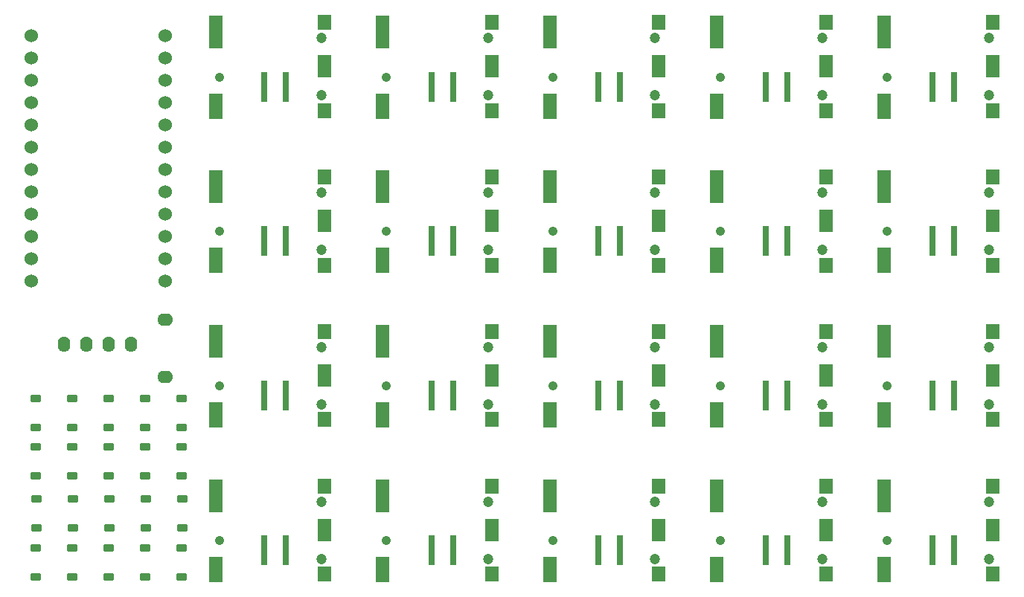
<source format=gbr>
%TF.GenerationSoftware,KiCad,Pcbnew,9.0.5*%
%TF.CreationDate,2025-10-15T11:26:38+02:00*%
%TF.ProjectId,numpad,6e756d70-6164-42e6-9b69-6361645f7063,rev?*%
%TF.SameCoordinates,Original*%
%TF.FileFunction,Soldermask,Top*%
%TF.FilePolarity,Negative*%
%FSLAX46Y46*%
G04 Gerber Fmt 4.6, Leading zero omitted, Abs format (unit mm)*
G04 Created by KiCad (PCBNEW 9.0.5) date 2025-10-15 11:26:38*
%MOMM*%
%LPD*%
G01*
G04 APERTURE LIST*
G04 Aperture macros list*
%AMRoundRect*
0 Rectangle with rounded corners*
0 $1 Rounding radius*
0 $2 $3 $4 $5 $6 $7 $8 $9 X,Y pos of 4 corners*
0 Add a 4 corners polygon primitive as box body*
4,1,4,$2,$3,$4,$5,$6,$7,$8,$9,$2,$3,0*
0 Add four circle primitives for the rounded corners*
1,1,$1+$1,$2,$3*
1,1,$1+$1,$4,$5*
1,1,$1+$1,$6,$7*
1,1,$1+$1,$8,$9*
0 Add four rect primitives between the rounded corners*
20,1,$1+$1,$2,$3,$4,$5,0*
20,1,$1+$1,$4,$5,$6,$7,0*
20,1,$1+$1,$6,$7,$8,$9,0*
20,1,$1+$1,$8,$9,$2,$3,0*%
G04 Aperture macros list end*
%ADD10RoundRect,0.225000X0.375000X-0.225000X0.375000X0.225000X-0.375000X0.225000X-0.375000X-0.225000X0*%
%ADD11C,1.050000*%
%ADD12C,1.200000*%
%ADD13R,0.700000X3.400000*%
%ADD14R,1.600000X3.800000*%
%ADD15R,1.600000X3.000000*%
%ADD16R,1.600000X1.800000*%
%ADD17R,1.600000X2.600000*%
%ADD18O,1.778000X1.397000*%
%ADD19C,1.524000*%
%ADD20O,1.397000X1.778000*%
G04 APERTURE END LIST*
D10*
%TO.C,D9*%
X43950000Y-83500000D03*
X43950000Y-80200000D03*
%TD*%
%TO.C,D8*%
X39800000Y-83500000D03*
X39800000Y-80200000D03*
%TD*%
D11*
%TO.C,SW17*%
X71400000Y-90900000D03*
D12*
X83000000Y-86440000D03*
X83000000Y-92960000D03*
D13*
X76550000Y-92000000D03*
X79000000Y-92000000D03*
D14*
X71000000Y-85800000D03*
D15*
X71000000Y-94200000D03*
D16*
X83400000Y-84675000D03*
D17*
X83400000Y-89700000D03*
D16*
X83400000Y-94725000D03*
%TD*%
D10*
%TO.C,D14*%
X44050000Y-89440000D03*
X44050000Y-86140000D03*
%TD*%
D11*
%TO.C,SW15*%
X128400000Y-73300000D03*
D12*
X140000000Y-68840000D03*
X140000000Y-75360000D03*
D13*
X133550000Y-74400000D03*
X136000000Y-74400000D03*
D14*
X128000000Y-68200000D03*
D15*
X128000000Y-76600000D03*
D16*
X140400000Y-67075000D03*
D17*
X140400000Y-72100000D03*
D16*
X140400000Y-77125000D03*
%TD*%
D11*
%TO.C,SW14*%
X109400000Y-73300000D03*
D12*
X121000000Y-68840000D03*
X121000000Y-75360000D03*
D13*
X114550000Y-74400000D03*
X117000000Y-74400000D03*
D14*
X109000000Y-68200000D03*
D15*
X109000000Y-76600000D03*
D16*
X121400000Y-67075000D03*
D17*
X121400000Y-72100000D03*
D16*
X121400000Y-77125000D03*
%TD*%
D11*
%TO.C,SW2*%
X71400000Y-38100000D03*
D12*
X83000000Y-33640000D03*
X83000000Y-40160000D03*
D13*
X76550000Y-39200000D03*
X79000000Y-39200000D03*
D14*
X71000000Y-33000000D03*
D15*
X71000000Y-41400000D03*
D16*
X83400000Y-31875000D03*
D17*
X83400000Y-36900000D03*
D16*
X83400000Y-41925000D03*
%TD*%
D10*
%TO.C,D13*%
X39900000Y-89440000D03*
X39900000Y-86140000D03*
%TD*%
D11*
%TO.C,SW9*%
X109400000Y-55700000D03*
D12*
X121000000Y-51240000D03*
X121000000Y-57760000D03*
D13*
X114550000Y-56800000D03*
X117000000Y-56800000D03*
D14*
X109000000Y-50600000D03*
D15*
X109000000Y-59000000D03*
D16*
X121400000Y-49475000D03*
D17*
X121400000Y-54500000D03*
D16*
X121400000Y-59525000D03*
%TD*%
D18*
%TO.C,RSW1*%
X46212000Y-72261000D03*
X46212000Y-65761000D03*
%TD*%
D11*
%TO.C,SW5*%
X128400000Y-38100000D03*
D12*
X140000000Y-33640000D03*
X140000000Y-40160000D03*
D13*
X133550000Y-39200000D03*
X136000000Y-39200000D03*
D14*
X128000000Y-33000000D03*
D15*
X128000000Y-41400000D03*
D16*
X140400000Y-31875000D03*
D17*
X140400000Y-36900000D03*
D16*
X140400000Y-41925000D03*
%TD*%
D10*
%TO.C,D20*%
X48100000Y-95000000D03*
X48100000Y-91700000D03*
%TD*%
%TO.C,D17*%
X35650000Y-95000000D03*
X35650000Y-91700000D03*
%TD*%
%TO.C,D7*%
X35650000Y-83500000D03*
X35650000Y-80200000D03*
%TD*%
D11*
%TO.C,SW6*%
X52400000Y-55700000D03*
D12*
X64000000Y-51240000D03*
X64000000Y-57760000D03*
D13*
X57550000Y-56800000D03*
X60000000Y-56800000D03*
D14*
X52000000Y-50600000D03*
D15*
X52000000Y-59000000D03*
D16*
X64400000Y-49475000D03*
D17*
X64400000Y-54500000D03*
D16*
X64400000Y-59525000D03*
%TD*%
D10*
%TO.C,D1*%
X31500000Y-78000000D03*
X31500000Y-74700000D03*
%TD*%
D11*
%TO.C,SW13*%
X90400000Y-73300000D03*
D12*
X102000000Y-68840000D03*
X102000000Y-75360000D03*
D13*
X95550000Y-74400000D03*
X98000000Y-74400000D03*
D14*
X90000000Y-68200000D03*
D15*
X90000000Y-76600000D03*
D16*
X102400000Y-67075000D03*
D17*
X102400000Y-72100000D03*
D16*
X102400000Y-77125000D03*
%TD*%
D11*
%TO.C,SW4*%
X109400000Y-38100000D03*
D12*
X121000000Y-33640000D03*
X121000000Y-40160000D03*
D13*
X114550000Y-39200000D03*
X117000000Y-39200000D03*
D14*
X109000000Y-33000000D03*
D15*
X109000000Y-41400000D03*
D16*
X121400000Y-31875000D03*
D17*
X121400000Y-36900000D03*
D16*
X121400000Y-41925000D03*
%TD*%
D11*
%TO.C,SW19*%
X109400000Y-90900000D03*
D12*
X121000000Y-86440000D03*
X121000000Y-92960000D03*
D13*
X114550000Y-92000000D03*
X117000000Y-92000000D03*
D14*
X109000000Y-85800000D03*
D15*
X109000000Y-94200000D03*
D16*
X121400000Y-84675000D03*
D17*
X121400000Y-89700000D03*
D16*
X121400000Y-94725000D03*
%TD*%
D10*
%TO.C,D10*%
X48100000Y-83500000D03*
X48100000Y-80200000D03*
%TD*%
%TO.C,D12*%
X35750000Y-89440000D03*
X35750000Y-86140000D03*
%TD*%
D11*
%TO.C,SW10*%
X128400000Y-55700000D03*
D12*
X140000000Y-51240000D03*
X140000000Y-57760000D03*
D13*
X133550000Y-56800000D03*
X136000000Y-56800000D03*
D14*
X128000000Y-50600000D03*
D15*
X128000000Y-59000000D03*
D16*
X140400000Y-49475000D03*
D17*
X140400000Y-54500000D03*
D16*
X140400000Y-59525000D03*
%TD*%
D10*
%TO.C,D4*%
X43950000Y-78000000D03*
X43950000Y-74700000D03*
%TD*%
%TO.C,D15*%
X48200000Y-89440000D03*
X48200000Y-86140000D03*
%TD*%
D11*
%TO.C,SW3*%
X90400000Y-38100000D03*
D12*
X102000000Y-33640000D03*
X102000000Y-40160000D03*
D13*
X95550000Y-39200000D03*
X98000000Y-39200000D03*
D14*
X90000000Y-33000000D03*
D15*
X90000000Y-41400000D03*
D16*
X102400000Y-31875000D03*
D17*
X102400000Y-36900000D03*
D16*
X102400000Y-41925000D03*
%TD*%
D10*
%TO.C,D6*%
X31500000Y-83500000D03*
X31500000Y-80200000D03*
%TD*%
D11*
%TO.C,SW7*%
X71400000Y-55700000D03*
D12*
X83000000Y-51240000D03*
X83000000Y-57760000D03*
D13*
X76550000Y-56800000D03*
X79000000Y-56800000D03*
D14*
X71000000Y-50600000D03*
D15*
X71000000Y-59000000D03*
D16*
X83400000Y-49475000D03*
D17*
X83400000Y-54500000D03*
D16*
X83400000Y-59525000D03*
%TD*%
D10*
%TO.C,D16*%
X31500000Y-95000000D03*
X31500000Y-91700000D03*
%TD*%
D11*
%TO.C,SW8*%
X90400000Y-55700000D03*
D12*
X102000000Y-51240000D03*
X102000000Y-57760000D03*
D13*
X95550000Y-56800000D03*
X98000000Y-56800000D03*
D14*
X90000000Y-50600000D03*
D15*
X90000000Y-59000000D03*
D16*
X102400000Y-49475000D03*
D17*
X102400000Y-54500000D03*
D16*
X102400000Y-59525000D03*
%TD*%
D19*
%TO.C,U1*%
X46211400Y-33422000D03*
X46211400Y-35962000D03*
X46211400Y-38502000D03*
X46211400Y-41042000D03*
X46211400Y-43582000D03*
X46211400Y-46122000D03*
X46211400Y-48662000D03*
X46211400Y-51202000D03*
X46211400Y-53742000D03*
X46211400Y-56282000D03*
X46211400Y-58822000D03*
X46211400Y-61362000D03*
X30991400Y-61362000D03*
X30991400Y-58822000D03*
X30991400Y-56282000D03*
X30991400Y-53742000D03*
X30991400Y-51202000D03*
X30991400Y-48662000D03*
X30991400Y-46122000D03*
X30991400Y-43582000D03*
X30991400Y-41042000D03*
X30991400Y-38502000D03*
X30991400Y-35962000D03*
X30991400Y-33422000D03*
%TD*%
D11*
%TO.C,SW16*%
X52400000Y-90900000D03*
D12*
X64000000Y-86440000D03*
X64000000Y-92960000D03*
D13*
X57550000Y-92000000D03*
X60000000Y-92000000D03*
D14*
X52000000Y-85800000D03*
D15*
X52000000Y-94200000D03*
D16*
X64400000Y-84675000D03*
D17*
X64400000Y-89700000D03*
D16*
X64400000Y-94725000D03*
%TD*%
D10*
%TO.C,D18*%
X39800000Y-95000000D03*
X39800000Y-91700000D03*
%TD*%
D11*
%TO.C,SW12*%
X71400000Y-73300000D03*
D12*
X83000000Y-68840000D03*
X83000000Y-75360000D03*
D13*
X76550000Y-74400000D03*
X79000000Y-74400000D03*
D14*
X71000000Y-68200000D03*
D15*
X71000000Y-76600000D03*
D16*
X83400000Y-67075000D03*
D17*
X83400000Y-72100000D03*
D16*
X83400000Y-77125000D03*
%TD*%
D10*
%TO.C,D11*%
X31600000Y-89440000D03*
X31600000Y-86140000D03*
%TD*%
D11*
%TO.C,SW20*%
X128400000Y-90900000D03*
D12*
X140000000Y-86440000D03*
X140000000Y-92960000D03*
D13*
X133550000Y-92000000D03*
X136000000Y-92000000D03*
D14*
X128000000Y-85800000D03*
D15*
X128000000Y-94200000D03*
D16*
X140400000Y-84675000D03*
D17*
X140400000Y-89700000D03*
D16*
X140400000Y-94725000D03*
%TD*%
D11*
%TO.C,SW11*%
X52400000Y-73300000D03*
D12*
X64000000Y-68840000D03*
X64000000Y-75360000D03*
D13*
X57550000Y-74400000D03*
X60000000Y-74400000D03*
D14*
X52000000Y-68200000D03*
D15*
X52000000Y-76600000D03*
D16*
X64400000Y-67075000D03*
D17*
X64400000Y-72100000D03*
D16*
X64400000Y-77125000D03*
%TD*%
D11*
%TO.C,SW1*%
X52400000Y-38100000D03*
D12*
X64000000Y-33640000D03*
X64000000Y-40160000D03*
D13*
X57550000Y-39200000D03*
X60000000Y-39200000D03*
D14*
X52000000Y-33000000D03*
D15*
X52000000Y-41400000D03*
D16*
X64400000Y-31875000D03*
D17*
X64400000Y-36900000D03*
D16*
X64400000Y-41925000D03*
%TD*%
D10*
%TO.C,D5*%
X48100000Y-78000000D03*
X48100000Y-74700000D03*
%TD*%
%TO.C,D3*%
X39800000Y-78000000D03*
X39800000Y-74700000D03*
%TD*%
%TO.C,D2*%
X35650000Y-78000000D03*
X35650000Y-74700000D03*
%TD*%
D11*
%TO.C,SW18*%
X90400000Y-90900000D03*
D12*
X102000000Y-86440000D03*
X102000000Y-92960000D03*
D13*
X95550000Y-92000000D03*
X98000000Y-92000000D03*
D14*
X90000000Y-85800000D03*
D15*
X90000000Y-94200000D03*
D16*
X102400000Y-84675000D03*
D17*
X102400000Y-89700000D03*
D16*
X102400000Y-94725000D03*
%TD*%
D20*
%TO.C,OLED*%
X34736000Y-68508000D03*
X37276000Y-68508000D03*
X39816000Y-68508000D03*
X42356000Y-68508000D03*
%TD*%
D10*
%TO.C,D19*%
X43950000Y-95000000D03*
X43950000Y-91700000D03*
%TD*%
M02*

</source>
